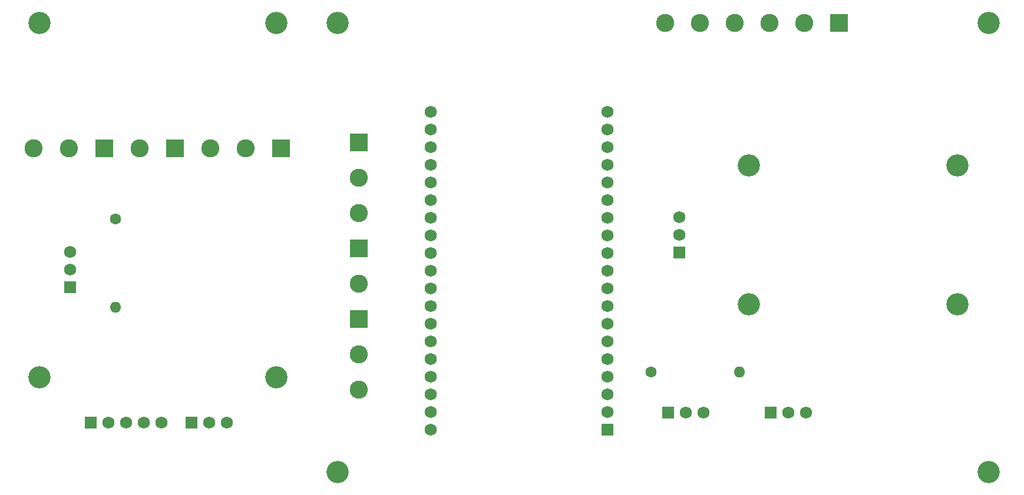
<source format=gbr>
%TF.GenerationSoftware,KiCad,Pcbnew,7.0.10*%
%TF.CreationDate,2024-02-03T15:37:23+02:00*%
%TF.ProjectId,Liubomir_Stanev_PCB,4c697562-6f6d-4697-925f-5374616e6576,rev?*%
%TF.SameCoordinates,Original*%
%TF.FileFunction,Soldermask,Top*%
%TF.FilePolarity,Negative*%
%FSLAX46Y46*%
G04 Gerber Fmt 4.6, Leading zero omitted, Abs format (unit mm)*
G04 Created by KiCad (PCBNEW 7.0.10) date 2024-02-03 15:37:23*
%MOMM*%
%LPD*%
G01*
G04 APERTURE LIST*
G04 Aperture macros list*
%AMRoundRect*
0 Rectangle with rounded corners*
0 $1 Rounding radius*
0 $2 $3 $4 $5 $6 $7 $8 $9 X,Y pos of 4 corners*
0 Add a 4 corners polygon primitive as box body*
4,1,4,$2,$3,$4,$5,$6,$7,$8,$9,$2,$3,0*
0 Add four circle primitives for the rounded corners*
1,1,$1+$1,$2,$3*
1,1,$1+$1,$4,$5*
1,1,$1+$1,$6,$7*
1,1,$1+$1,$8,$9*
0 Add four rect primitives between the rounded corners*
20,1,$1+$1,$2,$3,$4,$5,0*
20,1,$1+$1,$4,$5,$6,$7,0*
20,1,$1+$1,$6,$7,$8,$9,0*
20,1,$1+$1,$8,$9,$2,$3,0*%
G04 Aperture macros list end*
%ADD10RoundRect,0.102000X-0.765000X-0.765000X0.765000X-0.765000X0.765000X0.765000X-0.765000X0.765000X0*%
%ADD11C,1.734000*%
%ADD12C,3.200000*%
%ADD13C,1.600000*%
%ADD14O,1.600000X1.600000*%
%ADD15RoundRect,0.102000X-1.200000X1.200000X-1.200000X-1.200000X1.200000X-1.200000X1.200000X1.200000X0*%
%ADD16C,2.604000*%
%ADD17RoundRect,0.102000X1.200000X1.200000X-1.200000X1.200000X-1.200000X-1.200000X1.200000X-1.200000X0*%
%ADD18RoundRect,0.102000X0.765000X0.765000X-0.765000X0.765000X-0.765000X-0.765000X0.765000X-0.765000X0*%
%ADD19RoundRect,0.102000X0.765000X-0.765000X0.765000X0.765000X-0.765000X0.765000X-0.765000X-0.765000X0*%
G04 APERTURE END LIST*
D10*
%TO.C,U5*%
X145460000Y-101000000D03*
D11*
X148000000Y-101000000D03*
X150540000Y-101000000D03*
%TD*%
D12*
%TO.C,REF\u002A\u002A*%
X89100000Y-96000000D03*
%TD*%
D13*
%TO.C,R1*%
X66000000Y-73150000D03*
D14*
X66000000Y-85850000D03*
%TD*%
D12*
%TO.C,REF\u002A\u002A*%
X97900000Y-109600000D03*
%TD*%
%TO.C,REF\u002A\u002A*%
X187000000Y-85500000D03*
%TD*%
D15*
%TO.C,J4*%
X101000000Y-62220000D03*
D16*
X101000000Y-67300000D03*
X101000000Y-72380000D03*
%TD*%
D10*
%TO.C,U2*%
X76960000Y-102500000D03*
D11*
X79500000Y-102500000D03*
X82040000Y-102500000D03*
%TD*%
D17*
%TO.C,U8*%
X170000000Y-45000000D03*
D16*
X165000000Y-45000000D03*
X160000000Y-45000000D03*
X155000000Y-45000000D03*
X150000000Y-45000000D03*
X145000000Y-45000000D03*
%TD*%
D12*
%TO.C,REF\u002A\u002A*%
X191500000Y-45000000D03*
%TD*%
%TO.C,REF\u002A\u002A*%
X55100000Y-45000000D03*
%TD*%
%TO.C,REF\u002A\u002A*%
X97900000Y-45000000D03*
%TD*%
D15*
%TO.C,J6*%
X101000000Y-77460000D03*
D16*
X101000000Y-82540000D03*
%TD*%
D18*
%TO.C,U7*%
X136700000Y-103500000D03*
D11*
X136700000Y-100960000D03*
X136700000Y-98420000D03*
X136700000Y-95880000D03*
X136700000Y-93340000D03*
X136700000Y-90800000D03*
X136700000Y-88260000D03*
X136700000Y-85720000D03*
X136700000Y-83180000D03*
X136700000Y-80640000D03*
X136700000Y-78100000D03*
X136700000Y-75560000D03*
X136700000Y-73020000D03*
X136700000Y-70480000D03*
X136700000Y-67940000D03*
X136700000Y-65400000D03*
X136700000Y-62860000D03*
X136700000Y-60320000D03*
X136700000Y-57780000D03*
X111300000Y-57780000D03*
X111300000Y-60320000D03*
X111300000Y-62860000D03*
X111300000Y-65400000D03*
X111300000Y-67940000D03*
X111300000Y-70480000D03*
X111300000Y-73020000D03*
X111300000Y-75560000D03*
X111300000Y-78100000D03*
X111300000Y-80640000D03*
X111300000Y-83180000D03*
X111300000Y-85720000D03*
X111300000Y-88260000D03*
X111300000Y-90800000D03*
X111300000Y-93340000D03*
X111300000Y-95880000D03*
X111300000Y-98420000D03*
X111300000Y-100960000D03*
X111300000Y-103500000D03*
%TD*%
D12*
%TO.C,REF\u002A\u002A*%
X157000000Y-85500000D03*
%TD*%
D15*
%TO.C,J5*%
X101000000Y-87620000D03*
D16*
X101000000Y-92700000D03*
X101000000Y-97780000D03*
%TD*%
D13*
%TO.C,R2*%
X143000000Y-95200000D03*
D14*
X155700000Y-95200000D03*
%TD*%
D10*
%TO.C,U6*%
X160147000Y-101000000D03*
D11*
X162687000Y-101000000D03*
X165227000Y-101000000D03*
%TD*%
D19*
%TO.C,U3*%
X59500000Y-83040000D03*
D11*
X59500000Y-80500000D03*
X59500000Y-77960000D03*
%TD*%
D12*
%TO.C,REF\u002A\u002A*%
X157000000Y-65500000D03*
%TD*%
%TO.C,REF\u002A\u002A*%
X187000000Y-65500000D03*
%TD*%
D19*
%TO.C,U4*%
X147000000Y-78040000D03*
D11*
X147000000Y-75500000D03*
X147000000Y-72960000D03*
%TD*%
D12*
%TO.C,REF\u002A\u002A*%
X191500000Y-109600000D03*
%TD*%
%TO.C,REF\u002A\u002A*%
X55100000Y-96000000D03*
%TD*%
%TO.C,REF\u002A\u002A*%
X89100000Y-45000000D03*
%TD*%
D10*
%TO.C,U1*%
X62420000Y-102500000D03*
D11*
X64960000Y-102500000D03*
X67500000Y-102500000D03*
X70040000Y-102500000D03*
X72580000Y-102500000D03*
%TD*%
D17*
%TO.C,J1*%
X64380000Y-63000000D03*
D16*
X59300000Y-63000000D03*
X54220000Y-63000000D03*
%TD*%
D17*
%TO.C,J2*%
X89780000Y-63000000D03*
D16*
X84700000Y-63000000D03*
X79620000Y-63000000D03*
%TD*%
D17*
%TO.C,J3*%
X74540000Y-63000000D03*
D16*
X69460000Y-63000000D03*
%TD*%
M02*

</source>
